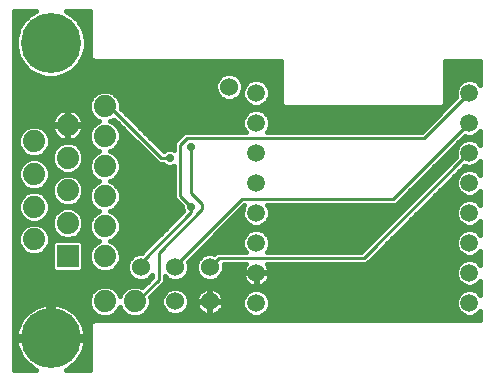
<source format=gbl>
G75*
%MOIN*%
%OFA0B0*%
%FSLAX25Y25*%
%IPPOS*%
%LPD*%
%AMOC8*
5,1,8,0,0,1.08239X$1,22.5*
%
%ADD10C,0.05906*%
%ADD11R,0.07400X0.07400*%
%ADD12C,0.07400*%
%ADD13C,0.20000*%
%ADD14C,0.06000*%
%ADD15C,0.01000*%
%ADD16C,0.02900*%
%ADD17C,0.01600*%
D10*
X0132082Y0025800D03*
X0132082Y0035800D03*
X0132082Y0045800D03*
X0132082Y0055800D03*
X0132082Y0065800D03*
X0132082Y0075800D03*
X0132082Y0085800D03*
X0132082Y0095800D03*
X0203182Y0095800D03*
X0203182Y0085800D03*
X0203182Y0075800D03*
X0203182Y0065800D03*
X0203182Y0055800D03*
X0203182Y0045800D03*
X0203182Y0035800D03*
X0203182Y0025800D03*
D11*
X0069223Y0041489D03*
D12*
X0058042Y0046961D03*
X0069223Y0052394D03*
X0058042Y0057867D03*
X0069223Y0063300D03*
X0058042Y0068733D03*
X0069223Y0074206D03*
X0058042Y0079639D03*
X0069223Y0085111D03*
X0081632Y0081300D03*
X0081632Y0071300D03*
X0081632Y0061300D03*
X0081632Y0051300D03*
X0081632Y0041300D03*
X0081632Y0026300D03*
X0091632Y0026300D03*
X0081632Y0091300D03*
D13*
X0063632Y0112513D03*
X0063632Y0014087D03*
D14*
X0093632Y0037800D03*
X0105132Y0037800D03*
X0116632Y0037800D03*
X0116632Y0026300D03*
X0105132Y0026300D03*
X0123132Y0097800D03*
D15*
X0109032Y0080800D02*
X0188132Y0080800D01*
X0203032Y0095700D01*
X0203032Y0085800D02*
X0177832Y0060600D01*
X0127532Y0060600D01*
X0105032Y0038100D01*
X0105132Y0037800D01*
X0099632Y0033600D02*
X0099632Y0042600D01*
X0114032Y0057000D01*
X0114032Y0058800D01*
X0110432Y0062400D01*
X0110432Y0077700D01*
X0109032Y0080800D02*
X0106832Y0078600D01*
X0106832Y0061500D01*
X0110432Y0057900D01*
X0110432Y0056100D01*
X0094232Y0039900D01*
X0094232Y0038100D01*
X0093632Y0037800D01*
X0099632Y0033600D02*
X0092432Y0026400D01*
X0091632Y0026300D01*
X0116632Y0037800D02*
X0119632Y0040800D01*
X0167932Y0040800D01*
X0202132Y0075000D01*
X0103232Y0074100D02*
X0100532Y0074100D01*
X0083432Y0091200D01*
X0081632Y0091200D01*
X0081632Y0091300D01*
D16*
X0103232Y0074100D03*
X0110432Y0077700D03*
X0110432Y0057900D03*
D17*
X0051432Y0003600D02*
X0051432Y0123000D01*
X0058597Y0123000D01*
X0056510Y0121795D01*
X0054350Y0119635D01*
X0052823Y0116990D01*
X0052032Y0114040D01*
X0052032Y0110985D01*
X0052823Y0108035D01*
X0054350Y0105390D01*
X0056510Y0103230D01*
X0059155Y0101703D01*
X0062105Y0100913D01*
X0065159Y0100913D01*
X0068110Y0101703D01*
X0070755Y0103230D01*
X0072915Y0105390D01*
X0074442Y0108035D01*
X0075232Y0110985D01*
X0075232Y0114040D01*
X0074442Y0116990D01*
X0072915Y0119635D01*
X0070755Y0121795D01*
X0068668Y0123000D01*
X0076832Y0123000D01*
X0076832Y0107554D01*
X0077887Y0106500D01*
X0140282Y0106500D01*
X0140282Y0092034D01*
X0141366Y0090950D01*
X0193899Y0090950D01*
X0194982Y0092034D01*
X0194982Y0106500D01*
X0206832Y0106500D01*
X0206832Y0098589D01*
X0205761Y0099660D01*
X0204088Y0100353D01*
X0202277Y0100353D01*
X0200603Y0099660D01*
X0199323Y0098379D01*
X0198630Y0096706D01*
X0198630Y0094894D01*
X0198813Y0094451D01*
X0187262Y0082900D01*
X0135621Y0082900D01*
X0135942Y0083221D01*
X0136635Y0084894D01*
X0136635Y0086706D01*
X0135942Y0088379D01*
X0134661Y0089660D01*
X0132988Y0090353D01*
X0131177Y0090353D01*
X0129503Y0089660D01*
X0128223Y0088379D01*
X0127530Y0086706D01*
X0127530Y0084894D01*
X0128223Y0083221D01*
X0128544Y0082900D01*
X0108162Y0082900D01*
X0106932Y0081670D01*
X0105962Y0080700D01*
X0104732Y0079470D01*
X0104732Y0076780D01*
X0103839Y0077150D01*
X0102626Y0077150D01*
X0101505Y0076686D01*
X0101211Y0076392D01*
X0086932Y0090670D01*
X0086932Y0092354D01*
X0086125Y0094302D01*
X0084634Y0095793D01*
X0082687Y0096600D01*
X0080578Y0096600D01*
X0078630Y0095793D01*
X0077139Y0094302D01*
X0076332Y0092354D01*
X0076332Y0090246D01*
X0077139Y0088298D01*
X0078630Y0086807D01*
X0079854Y0086300D01*
X0078630Y0085793D01*
X0077139Y0084302D01*
X0076332Y0082354D01*
X0076332Y0080246D01*
X0077139Y0078298D01*
X0078630Y0076807D01*
X0079854Y0076300D01*
X0078630Y0075793D01*
X0077139Y0074302D01*
X0076332Y0072354D01*
X0076332Y0070246D01*
X0077139Y0068298D01*
X0078630Y0066807D01*
X0079854Y0066300D01*
X0078630Y0065793D01*
X0077139Y0064302D01*
X0076332Y0062354D01*
X0076332Y0060246D01*
X0077139Y0058298D01*
X0078630Y0056807D01*
X0079854Y0056300D01*
X0078630Y0055793D01*
X0077139Y0054302D01*
X0076332Y0052354D01*
X0076332Y0050246D01*
X0077139Y0048298D01*
X0078630Y0046807D01*
X0079854Y0046300D01*
X0078630Y0045793D01*
X0077139Y0044302D01*
X0076332Y0042354D01*
X0076332Y0040246D01*
X0077139Y0038298D01*
X0078630Y0036807D01*
X0080578Y0036000D01*
X0082687Y0036000D01*
X0084634Y0036807D01*
X0086125Y0038298D01*
X0086932Y0040246D01*
X0086932Y0042354D01*
X0086125Y0044302D01*
X0084634Y0045793D01*
X0083411Y0046300D01*
X0084634Y0046807D01*
X0086125Y0048298D01*
X0086932Y0050246D01*
X0086932Y0052354D01*
X0086125Y0054302D01*
X0084634Y0055793D01*
X0083411Y0056300D01*
X0084634Y0056807D01*
X0086125Y0058298D01*
X0086932Y0060246D01*
X0086932Y0062354D01*
X0086125Y0064302D01*
X0084634Y0065793D01*
X0083411Y0066300D01*
X0084634Y0066807D01*
X0086125Y0068298D01*
X0086932Y0070246D01*
X0086932Y0072354D01*
X0086125Y0074302D01*
X0084634Y0075793D01*
X0083411Y0076300D01*
X0084634Y0076807D01*
X0086125Y0078298D01*
X0086932Y0080246D01*
X0086932Y0082354D01*
X0086125Y0084302D01*
X0084634Y0085793D01*
X0083411Y0086300D01*
X0084634Y0086807D01*
X0084745Y0086917D01*
X0099662Y0072000D01*
X0101019Y0072000D01*
X0101505Y0071514D01*
X0102626Y0071050D01*
X0103839Y0071050D01*
X0104732Y0071420D01*
X0104732Y0060630D01*
X0107382Y0057980D01*
X0107382Y0057293D01*
X0107755Y0056393D01*
X0093762Y0042400D01*
X0092717Y0042400D01*
X0091027Y0041700D01*
X0089733Y0040406D01*
X0089032Y0038715D01*
X0089032Y0036885D01*
X0089733Y0035194D01*
X0091027Y0033900D01*
X0092717Y0033200D01*
X0094547Y0033200D01*
X0096238Y0033900D01*
X0097532Y0035194D01*
X0097532Y0035195D01*
X0097532Y0034470D01*
X0094084Y0031021D01*
X0092687Y0031600D01*
X0090578Y0031600D01*
X0088630Y0030793D01*
X0087139Y0029302D01*
X0086632Y0028078D01*
X0086125Y0029302D01*
X0084634Y0030793D01*
X0082687Y0031600D01*
X0080578Y0031600D01*
X0078630Y0030793D01*
X0077139Y0029302D01*
X0076332Y0027354D01*
X0076332Y0025246D01*
X0077139Y0023298D01*
X0078630Y0021807D01*
X0080578Y0021000D01*
X0082687Y0021000D01*
X0084634Y0021807D01*
X0086125Y0023298D01*
X0086632Y0024522D01*
X0087139Y0023298D01*
X0088630Y0021807D01*
X0090578Y0021000D01*
X0092687Y0021000D01*
X0094634Y0021807D01*
X0096125Y0023298D01*
X0096932Y0025246D01*
X0096932Y0027354D01*
X0096764Y0027761D01*
X0100502Y0031500D01*
X0101732Y0032730D01*
X0101732Y0034695D01*
X0102527Y0033900D01*
X0104217Y0033200D01*
X0106047Y0033200D01*
X0107738Y0033900D01*
X0109032Y0035194D01*
X0109732Y0036885D01*
X0109732Y0038715D01*
X0109406Y0039504D01*
X0128181Y0058279D01*
X0127530Y0056706D01*
X0127530Y0054894D01*
X0128223Y0053221D01*
X0129503Y0051940D01*
X0131177Y0051247D01*
X0132988Y0051247D01*
X0134661Y0051940D01*
X0135942Y0053221D01*
X0136635Y0054894D01*
X0136635Y0056706D01*
X0135942Y0058379D01*
X0135821Y0058500D01*
X0178702Y0058500D01*
X0179932Y0059730D01*
X0201692Y0081490D01*
X0202277Y0081247D01*
X0204088Y0081247D01*
X0205761Y0081940D01*
X0206832Y0083011D01*
X0206832Y0078589D01*
X0205761Y0079660D01*
X0204088Y0080353D01*
X0202277Y0080353D01*
X0200603Y0079660D01*
X0199323Y0078379D01*
X0198630Y0076706D01*
X0198630Y0074894D01*
X0198755Y0074592D01*
X0167062Y0042900D01*
X0135621Y0042900D01*
X0135942Y0043221D01*
X0136635Y0044894D01*
X0136635Y0046706D01*
X0135942Y0048379D01*
X0134661Y0049660D01*
X0132988Y0050353D01*
X0131177Y0050353D01*
X0129503Y0049660D01*
X0128223Y0048379D01*
X0127530Y0046706D01*
X0127530Y0044894D01*
X0128223Y0043221D01*
X0128544Y0042900D01*
X0118762Y0042900D01*
X0118053Y0042191D01*
X0117547Y0042400D01*
X0115717Y0042400D01*
X0114027Y0041700D01*
X0112733Y0040406D01*
X0112032Y0038715D01*
X0112032Y0036885D01*
X0112733Y0035194D01*
X0114027Y0033900D01*
X0115717Y0033200D01*
X0117547Y0033200D01*
X0119238Y0033900D01*
X0120532Y0035194D01*
X0121232Y0036885D01*
X0121232Y0038700D01*
X0128577Y0038700D01*
X0128199Y0038180D01*
X0127875Y0037543D01*
X0127654Y0036863D01*
X0127542Y0036157D01*
X0127542Y0035984D01*
X0131898Y0035984D01*
X0131898Y0035616D01*
X0127542Y0035616D01*
X0127542Y0035443D01*
X0127654Y0034737D01*
X0127875Y0034057D01*
X0128199Y0033420D01*
X0128619Y0032842D01*
X0129125Y0032337D01*
X0129703Y0031917D01*
X0130339Y0031592D01*
X0131019Y0031372D01*
X0131725Y0031260D01*
X0131898Y0031260D01*
X0131898Y0035616D01*
X0132267Y0035616D01*
X0132267Y0035984D01*
X0136622Y0035984D01*
X0136622Y0036157D01*
X0136511Y0036863D01*
X0136290Y0037543D01*
X0135965Y0038180D01*
X0135587Y0038700D01*
X0168802Y0038700D01*
X0170032Y0039930D01*
X0201621Y0071519D01*
X0202277Y0071247D01*
X0204088Y0071247D01*
X0205761Y0071940D01*
X0206832Y0073011D01*
X0206832Y0068589D01*
X0205761Y0069660D01*
X0204088Y0070353D01*
X0202277Y0070353D01*
X0200603Y0069660D01*
X0199323Y0068379D01*
X0198630Y0066706D01*
X0198630Y0064894D01*
X0199323Y0063221D01*
X0200603Y0061940D01*
X0202277Y0061247D01*
X0204088Y0061247D01*
X0205761Y0061940D01*
X0206832Y0063011D01*
X0206832Y0058589D01*
X0205761Y0059660D01*
X0204088Y0060353D01*
X0202277Y0060353D01*
X0200603Y0059660D01*
X0199323Y0058379D01*
X0198630Y0056706D01*
X0198630Y0054894D01*
X0199323Y0053221D01*
X0200603Y0051940D01*
X0202277Y0051247D01*
X0204088Y0051247D01*
X0205761Y0051940D01*
X0206832Y0053011D01*
X0206832Y0048589D01*
X0205761Y0049660D01*
X0204088Y0050353D01*
X0202277Y0050353D01*
X0200603Y0049660D01*
X0199323Y0048379D01*
X0198630Y0046706D01*
X0198630Y0044894D01*
X0199323Y0043221D01*
X0200603Y0041940D01*
X0202277Y0041247D01*
X0204088Y0041247D01*
X0205761Y0041940D01*
X0206832Y0043011D01*
X0206832Y0038589D01*
X0205761Y0039660D01*
X0204088Y0040353D01*
X0202277Y0040353D01*
X0200603Y0039660D01*
X0199323Y0038379D01*
X0198630Y0036706D01*
X0198630Y0034894D01*
X0199323Y0033221D01*
X0200603Y0031940D01*
X0202277Y0031247D01*
X0204088Y0031247D01*
X0205761Y0031940D01*
X0206832Y0033011D01*
X0206832Y0028589D01*
X0205761Y0029660D01*
X0204088Y0030353D01*
X0202277Y0030353D01*
X0200603Y0029660D01*
X0199323Y0028379D01*
X0198630Y0026706D01*
X0198630Y0024894D01*
X0199323Y0023221D01*
X0200603Y0021940D01*
X0202277Y0021247D01*
X0204088Y0021247D01*
X0205761Y0021940D01*
X0206832Y0023011D01*
X0206832Y0020100D01*
X0077887Y0020100D01*
X0076832Y0019046D01*
X0076832Y0003600D01*
X0068561Y0003600D01*
X0069246Y0003930D01*
X0070348Y0004622D01*
X0071366Y0005434D01*
X0072286Y0006354D01*
X0073097Y0007372D01*
X0073790Y0008474D01*
X0074355Y0009646D01*
X0074784Y0010875D01*
X0075074Y0012143D01*
X0075203Y0013287D01*
X0064432Y0013287D01*
X0064432Y0014887D01*
X0075203Y0014887D01*
X0075074Y0016031D01*
X0074784Y0017300D01*
X0074355Y0018529D01*
X0073790Y0019701D01*
X0073097Y0020803D01*
X0072286Y0021821D01*
X0071366Y0022741D01*
X0070348Y0023553D01*
X0069246Y0024245D01*
X0068074Y0024810D01*
X0066845Y0025239D01*
X0065576Y0025529D01*
X0064432Y0025658D01*
X0064432Y0014887D01*
X0062832Y0014887D01*
X0062832Y0013287D01*
X0052062Y0013287D01*
X0052191Y0012143D01*
X0052480Y0010875D01*
X0052910Y0009646D01*
X0053475Y0008474D01*
X0054167Y0007372D01*
X0054979Y0006354D01*
X0055899Y0005434D01*
X0056916Y0004622D01*
X0058018Y0003930D01*
X0058703Y0003600D01*
X0051432Y0003600D01*
X0051432Y0004155D02*
X0057660Y0004155D01*
X0055579Y0005754D02*
X0051432Y0005754D01*
X0051432Y0007352D02*
X0054183Y0007352D01*
X0053245Y0008951D02*
X0051432Y0008951D01*
X0051432Y0010549D02*
X0052594Y0010549D01*
X0052190Y0012148D02*
X0051432Y0012148D01*
X0051432Y0013746D02*
X0062832Y0013746D01*
X0062832Y0014887D02*
X0052062Y0014887D01*
X0052191Y0016031D01*
X0052480Y0017300D01*
X0052910Y0018529D01*
X0053475Y0019701D01*
X0054167Y0020803D01*
X0054979Y0021821D01*
X0055899Y0022741D01*
X0056916Y0023553D01*
X0058018Y0024245D01*
X0059191Y0024810D01*
X0060419Y0025239D01*
X0061688Y0025529D01*
X0062832Y0025658D01*
X0062832Y0014887D01*
X0062832Y0015345D02*
X0064432Y0015345D01*
X0064432Y0016943D02*
X0062832Y0016943D01*
X0062832Y0018542D02*
X0064432Y0018542D01*
X0064432Y0020140D02*
X0062832Y0020140D01*
X0062832Y0021739D02*
X0064432Y0021739D01*
X0064432Y0023337D02*
X0062832Y0023337D01*
X0062832Y0024936D02*
X0064432Y0024936D01*
X0067713Y0024936D02*
X0076461Y0024936D01*
X0076332Y0026534D02*
X0051432Y0026534D01*
X0051432Y0024936D02*
X0059551Y0024936D01*
X0056646Y0023337D02*
X0051432Y0023337D01*
X0051432Y0021739D02*
X0054913Y0021739D01*
X0053751Y0020140D02*
X0051432Y0020140D01*
X0051432Y0018542D02*
X0052916Y0018542D01*
X0052399Y0016943D02*
X0051432Y0016943D01*
X0051432Y0015345D02*
X0052113Y0015345D01*
X0064432Y0013746D02*
X0076832Y0013746D01*
X0076832Y0012148D02*
X0075074Y0012148D01*
X0074670Y0010549D02*
X0076832Y0010549D01*
X0076832Y0008951D02*
X0074020Y0008951D01*
X0073082Y0007352D02*
X0076832Y0007352D01*
X0076832Y0005754D02*
X0071686Y0005754D01*
X0069605Y0004155D02*
X0076832Y0004155D01*
X0076832Y0015345D02*
X0075151Y0015345D01*
X0074866Y0016943D02*
X0076832Y0016943D01*
X0076832Y0018542D02*
X0074348Y0018542D01*
X0073514Y0020140D02*
X0206832Y0020140D01*
X0206832Y0021739D02*
X0205274Y0021739D01*
X0201090Y0021739D02*
X0134174Y0021739D01*
X0134661Y0021940D02*
X0135942Y0023221D01*
X0136635Y0024894D01*
X0136635Y0026706D01*
X0135942Y0028379D01*
X0134661Y0029660D01*
X0132988Y0030353D01*
X0131177Y0030353D01*
X0129503Y0029660D01*
X0128223Y0028379D01*
X0127530Y0026706D01*
X0127530Y0024894D01*
X0128223Y0023221D01*
X0129503Y0021940D01*
X0131177Y0021247D01*
X0132988Y0021247D01*
X0134661Y0021940D01*
X0135990Y0023337D02*
X0199275Y0023337D01*
X0198630Y0024936D02*
X0136635Y0024936D01*
X0136635Y0026534D02*
X0198630Y0026534D01*
X0199221Y0028133D02*
X0136044Y0028133D01*
X0134488Y0029731D02*
X0200776Y0029731D01*
X0202077Y0031330D02*
X0132881Y0031330D01*
X0133145Y0031372D02*
X0133825Y0031592D01*
X0134462Y0031917D01*
X0135040Y0032337D01*
X0135545Y0032842D01*
X0135965Y0033420D01*
X0136290Y0034057D01*
X0136511Y0034737D01*
X0136622Y0035443D01*
X0136622Y0035616D01*
X0132267Y0035616D01*
X0132267Y0031260D01*
X0132440Y0031260D01*
X0133145Y0031372D01*
X0132267Y0031330D02*
X0131898Y0031330D01*
X0131283Y0031330D02*
X0100332Y0031330D01*
X0098733Y0029731D02*
X0102058Y0029731D01*
X0102527Y0030200D02*
X0101233Y0028906D01*
X0100532Y0027215D01*
X0100532Y0025385D01*
X0101233Y0023694D01*
X0102527Y0022400D01*
X0104217Y0021700D01*
X0106047Y0021700D01*
X0107738Y0022400D01*
X0109032Y0023694D01*
X0109732Y0025385D01*
X0109732Y0027215D01*
X0109032Y0028906D01*
X0107738Y0030200D01*
X0106047Y0030900D01*
X0104217Y0030900D01*
X0102527Y0030200D01*
X0100912Y0028133D02*
X0097135Y0028133D01*
X0096932Y0026534D02*
X0100532Y0026534D01*
X0100718Y0024936D02*
X0096804Y0024936D01*
X0096142Y0023337D02*
X0101590Y0023337D01*
X0104124Y0021739D02*
X0094470Y0021739D01*
X0088795Y0021739D02*
X0084470Y0021739D01*
X0086142Y0023337D02*
X0087123Y0023337D01*
X0086655Y0028133D02*
X0086610Y0028133D01*
X0085696Y0029731D02*
X0087568Y0029731D01*
X0089926Y0031330D02*
X0083339Y0031330D01*
X0079926Y0031330D02*
X0051432Y0031330D01*
X0051432Y0029731D02*
X0077568Y0029731D01*
X0076655Y0028133D02*
X0051432Y0028133D01*
X0051432Y0032928D02*
X0095991Y0032928D01*
X0096864Y0034527D02*
X0097532Y0034527D01*
X0101732Y0034527D02*
X0101900Y0034527D01*
X0101732Y0032928D02*
X0128557Y0032928D01*
X0127722Y0034527D02*
X0119864Y0034527D01*
X0120918Y0036125D02*
X0127542Y0036125D01*
X0127967Y0037724D02*
X0121232Y0037724D01*
X0118382Y0042519D02*
X0112421Y0042519D01*
X0113248Y0040921D02*
X0110823Y0040921D01*
X0109481Y0039322D02*
X0112284Y0039322D01*
X0112032Y0037724D02*
X0109732Y0037724D01*
X0109418Y0036125D02*
X0112347Y0036125D01*
X0113400Y0034527D02*
X0108364Y0034527D01*
X0114228Y0030223D02*
X0114871Y0030551D01*
X0115558Y0030774D01*
X0116271Y0030887D01*
X0116432Y0030887D01*
X0116432Y0026500D01*
X0116432Y0026100D01*
X0112045Y0026100D01*
X0112045Y0025939D01*
X0112158Y0025226D01*
X0112381Y0024539D01*
X0112709Y0023896D01*
X0113133Y0023312D01*
X0113644Y0022801D01*
X0114228Y0022377D01*
X0114871Y0022049D01*
X0115558Y0021826D01*
X0116271Y0021713D01*
X0116432Y0021713D01*
X0116432Y0026100D01*
X0116832Y0026100D01*
X0116832Y0021713D01*
X0116993Y0021713D01*
X0117706Y0021826D01*
X0118393Y0022049D01*
X0119037Y0022377D01*
X0119621Y0022801D01*
X0120131Y0023312D01*
X0120556Y0023896D01*
X0120884Y0024539D01*
X0121107Y0025226D01*
X0121220Y0025939D01*
X0121220Y0026100D01*
X0116832Y0026100D01*
X0116832Y0026500D01*
X0116432Y0026500D01*
X0112045Y0026500D01*
X0112045Y0026661D01*
X0112158Y0027374D01*
X0112381Y0028061D01*
X0112709Y0028704D01*
X0113133Y0029288D01*
X0113644Y0029799D01*
X0114228Y0030223D01*
X0113576Y0029731D02*
X0108206Y0029731D01*
X0109352Y0028133D02*
X0112418Y0028133D01*
X0112045Y0026534D02*
X0109732Y0026534D01*
X0109546Y0024936D02*
X0112252Y0024936D01*
X0113115Y0023337D02*
X0108675Y0023337D01*
X0106141Y0021739D02*
X0116106Y0021739D01*
X0116432Y0021739D02*
X0116832Y0021739D01*
X0117158Y0021739D02*
X0129990Y0021739D01*
X0128175Y0023337D02*
X0120150Y0023337D01*
X0121012Y0024936D02*
X0127530Y0024936D01*
X0127530Y0026534D02*
X0121220Y0026534D01*
X0121220Y0026500D02*
X0121220Y0026661D01*
X0121107Y0027374D01*
X0120884Y0028061D01*
X0120556Y0028704D01*
X0120131Y0029288D01*
X0119621Y0029799D01*
X0119037Y0030223D01*
X0118393Y0030551D01*
X0117706Y0030774D01*
X0116993Y0030887D01*
X0116832Y0030887D01*
X0116832Y0026500D01*
X0121220Y0026500D01*
X0120847Y0028133D02*
X0128121Y0028133D01*
X0129676Y0029731D02*
X0119689Y0029731D01*
X0116832Y0029731D02*
X0116432Y0029731D01*
X0116432Y0028133D02*
X0116832Y0028133D01*
X0116832Y0026534D02*
X0116432Y0026534D01*
X0116432Y0024936D02*
X0116832Y0024936D01*
X0116832Y0023337D02*
X0116432Y0023337D01*
X0131898Y0032928D02*
X0132267Y0032928D01*
X0132267Y0034527D02*
X0131898Y0034527D01*
X0135608Y0032928D02*
X0199615Y0032928D01*
X0198782Y0034527D02*
X0136442Y0034527D01*
X0136622Y0036125D02*
X0198630Y0036125D01*
X0199051Y0037724D02*
X0136198Y0037724D01*
X0136313Y0044118D02*
X0168280Y0044118D01*
X0169879Y0045716D02*
X0136635Y0045716D01*
X0136383Y0047315D02*
X0171477Y0047315D01*
X0173076Y0048913D02*
X0135407Y0048913D01*
X0134831Y0052110D02*
X0176273Y0052110D01*
X0177871Y0053709D02*
X0136144Y0053709D01*
X0136635Y0055307D02*
X0179470Y0055307D01*
X0181068Y0056906D02*
X0136552Y0056906D01*
X0129333Y0052110D02*
X0122013Y0052110D01*
X0123611Y0053709D02*
X0128021Y0053709D01*
X0127530Y0055307D02*
X0125210Y0055307D01*
X0126808Y0056906D02*
X0127613Y0056906D01*
X0120414Y0050512D02*
X0174674Y0050512D01*
X0177417Y0047315D02*
X0198882Y0047315D01*
X0198630Y0045716D02*
X0175818Y0045716D01*
X0174220Y0044118D02*
X0198951Y0044118D01*
X0200024Y0042519D02*
X0172621Y0042519D01*
X0171023Y0040921D02*
X0206832Y0040921D01*
X0206832Y0042519D02*
X0206340Y0042519D01*
X0206099Y0039322D02*
X0206832Y0039322D01*
X0200266Y0039322D02*
X0169424Y0039322D01*
X0179016Y0048913D02*
X0199857Y0048913D01*
X0200433Y0052110D02*
X0182213Y0052110D01*
X0183811Y0053709D02*
X0199121Y0053709D01*
X0198630Y0055307D02*
X0185410Y0055307D01*
X0187008Y0056906D02*
X0198713Y0056906D01*
X0199448Y0058504D02*
X0188607Y0058504D01*
X0190205Y0060103D02*
X0201674Y0060103D01*
X0201180Y0061701D02*
X0191804Y0061701D01*
X0193402Y0063300D02*
X0199290Y0063300D01*
X0198630Y0064899D02*
X0195001Y0064899D01*
X0196599Y0066497D02*
X0198630Y0066497D01*
X0198198Y0068096D02*
X0199205Y0068096D01*
X0199796Y0069694D02*
X0200686Y0069694D01*
X0201395Y0071293D02*
X0202167Y0071293D01*
X0204197Y0071293D02*
X0206832Y0071293D01*
X0206832Y0072891D02*
X0206712Y0072891D01*
X0206832Y0069694D02*
X0205678Y0069694D01*
X0198652Y0074490D02*
X0194692Y0074490D01*
X0193093Y0072891D02*
X0197054Y0072891D01*
X0195455Y0071293D02*
X0191495Y0071293D01*
X0189896Y0069694D02*
X0193856Y0069694D01*
X0192258Y0068096D02*
X0188298Y0068096D01*
X0186699Y0066497D02*
X0190659Y0066497D01*
X0189061Y0064899D02*
X0185101Y0064899D01*
X0183502Y0063300D02*
X0187462Y0063300D01*
X0185864Y0061701D02*
X0181904Y0061701D01*
X0180305Y0060103D02*
X0184265Y0060103D01*
X0182667Y0058504D02*
X0178707Y0058504D01*
X0180614Y0050512D02*
X0206832Y0050512D01*
X0206832Y0048913D02*
X0206507Y0048913D01*
X0206832Y0052110D02*
X0205931Y0052110D01*
X0206832Y0060103D02*
X0204691Y0060103D01*
X0205185Y0061701D02*
X0206832Y0061701D01*
X0202132Y0075000D02*
X0202932Y0075800D01*
X0203182Y0075800D01*
X0199036Y0077687D02*
X0197889Y0077687D01*
X0198630Y0076088D02*
X0196290Y0076088D01*
X0199487Y0079285D02*
X0200229Y0079285D01*
X0201086Y0080884D02*
X0206832Y0080884D01*
X0206832Y0079285D02*
X0206136Y0079285D01*
X0206303Y0082482D02*
X0206832Y0082482D01*
X0203182Y0085800D02*
X0203032Y0085800D01*
X0194837Y0090475D02*
X0087127Y0090475D01*
X0086932Y0092073D02*
X0129370Y0092073D01*
X0129503Y0091940D02*
X0131177Y0091247D01*
X0132988Y0091247D01*
X0134661Y0091940D01*
X0135942Y0093221D01*
X0136635Y0094894D01*
X0136635Y0096706D01*
X0135942Y0098379D01*
X0134661Y0099660D01*
X0132988Y0100353D01*
X0131177Y0100353D01*
X0129503Y0099660D01*
X0128223Y0098379D01*
X0127732Y0097195D01*
X0127732Y0098715D01*
X0127032Y0100406D01*
X0125738Y0101700D01*
X0124047Y0102400D01*
X0122217Y0102400D01*
X0120527Y0101700D01*
X0119233Y0100406D01*
X0118532Y0098715D01*
X0118532Y0096885D01*
X0119233Y0095194D01*
X0120527Y0093900D01*
X0122217Y0093200D01*
X0124047Y0093200D01*
X0125738Y0093900D01*
X0127032Y0095194D01*
X0127530Y0096396D01*
X0127530Y0094894D01*
X0128223Y0093221D01*
X0129503Y0091940D01*
X0128036Y0093672D02*
X0125186Y0093672D01*
X0121078Y0093672D02*
X0086387Y0093672D01*
X0085157Y0095270D02*
X0119201Y0095270D01*
X0118539Y0096869D02*
X0051432Y0096869D01*
X0051432Y0098467D02*
X0118532Y0098467D01*
X0119092Y0100066D02*
X0051432Y0100066D01*
X0051432Y0101664D02*
X0059300Y0101664D01*
X0056477Y0103263D02*
X0051432Y0103263D01*
X0051432Y0104861D02*
X0054879Y0104861D01*
X0053732Y0106460D02*
X0051432Y0106460D01*
X0051432Y0108058D02*
X0052817Y0108058D01*
X0052388Y0109657D02*
X0051432Y0109657D01*
X0051432Y0111255D02*
X0052032Y0111255D01*
X0052032Y0112854D02*
X0051432Y0112854D01*
X0051432Y0114452D02*
X0052143Y0114452D01*
X0052571Y0116051D02*
X0051432Y0116051D01*
X0051432Y0117649D02*
X0053203Y0117649D01*
X0054126Y0119248D02*
X0051432Y0119248D01*
X0051432Y0120846D02*
X0055561Y0120846D01*
X0057636Y0122445D02*
X0051432Y0122445D01*
X0069629Y0122445D02*
X0076832Y0122445D01*
X0076832Y0120846D02*
X0071703Y0120846D01*
X0073138Y0119248D02*
X0076832Y0119248D01*
X0076832Y0117649D02*
X0074061Y0117649D01*
X0074693Y0116051D02*
X0076832Y0116051D01*
X0076832Y0114452D02*
X0075122Y0114452D01*
X0075232Y0112854D02*
X0076832Y0112854D01*
X0076832Y0111255D02*
X0075232Y0111255D01*
X0074876Y0109657D02*
X0076832Y0109657D01*
X0076832Y0108058D02*
X0074448Y0108058D01*
X0073532Y0106460D02*
X0140282Y0106460D01*
X0140282Y0104861D02*
X0072386Y0104861D01*
X0070787Y0103263D02*
X0140282Y0103263D01*
X0140282Y0101664D02*
X0125773Y0101664D01*
X0127173Y0100066D02*
X0130484Y0100066D01*
X0133681Y0100066D02*
X0140282Y0100066D01*
X0140282Y0098467D02*
X0135854Y0098467D01*
X0136567Y0096869D02*
X0140282Y0096869D01*
X0140282Y0095270D02*
X0136635Y0095270D01*
X0136129Y0093672D02*
X0140282Y0093672D01*
X0140282Y0092073D02*
X0134794Y0092073D01*
X0135445Y0088876D02*
X0193239Y0088876D01*
X0191640Y0087278D02*
X0136398Y0087278D01*
X0136635Y0085679D02*
X0190042Y0085679D01*
X0188443Y0084081D02*
X0136298Y0084081D01*
X0127867Y0084081D02*
X0093521Y0084081D01*
X0091923Y0085679D02*
X0127530Y0085679D01*
X0127766Y0087278D02*
X0090324Y0087278D01*
X0088726Y0088876D02*
X0128720Y0088876D01*
X0127530Y0095270D02*
X0127063Y0095270D01*
X0127732Y0098467D02*
X0128311Y0098467D01*
X0120491Y0101664D02*
X0067965Y0101664D01*
X0078107Y0095270D02*
X0051432Y0095270D01*
X0051432Y0093672D02*
X0076878Y0093672D01*
X0076332Y0092073D02*
X0051432Y0092073D01*
X0051432Y0090475D02*
X0076332Y0090475D01*
X0076900Y0088876D02*
X0072935Y0088876D01*
X0072667Y0089144D02*
X0071994Y0089633D01*
X0071252Y0090011D01*
X0070461Y0090268D01*
X0069639Y0090398D01*
X0069423Y0090398D01*
X0069423Y0085311D01*
X0074510Y0085311D01*
X0074510Y0085527D01*
X0074380Y0086349D01*
X0074123Y0087141D01*
X0073745Y0087882D01*
X0073256Y0088556D01*
X0072667Y0089144D01*
X0074053Y0087278D02*
X0078159Y0087278D01*
X0078516Y0085679D02*
X0074486Y0085679D01*
X0074510Y0084911D02*
X0069423Y0084911D01*
X0069423Y0085311D01*
X0069023Y0085311D01*
X0069023Y0090398D01*
X0068807Y0090398D01*
X0067985Y0090268D01*
X0067193Y0090011D01*
X0066452Y0089633D01*
X0065778Y0089144D01*
X0065190Y0088556D01*
X0064701Y0087882D01*
X0064323Y0087141D01*
X0064066Y0086349D01*
X0063935Y0085527D01*
X0063935Y0085311D01*
X0069023Y0085311D01*
X0069023Y0084911D01*
X0069423Y0084911D01*
X0069423Y0079824D01*
X0069639Y0079824D01*
X0070461Y0079954D01*
X0071252Y0080211D01*
X0071994Y0080589D01*
X0072667Y0081078D01*
X0073256Y0081667D01*
X0073745Y0082340D01*
X0074123Y0083081D01*
X0074380Y0083873D01*
X0074510Y0084695D01*
X0074510Y0084911D01*
X0074413Y0084081D02*
X0077047Y0084081D01*
X0076385Y0082482D02*
X0073818Y0082482D01*
X0072400Y0080884D02*
X0076332Y0080884D01*
X0076730Y0079285D02*
X0070809Y0079285D01*
X0070277Y0079505D02*
X0068169Y0079505D01*
X0066221Y0078699D01*
X0064730Y0077208D01*
X0063923Y0075260D01*
X0063923Y0073151D01*
X0064730Y0071203D01*
X0066221Y0069712D01*
X0068169Y0068906D01*
X0070277Y0068906D01*
X0072225Y0069712D01*
X0073716Y0071203D01*
X0074523Y0073151D01*
X0074523Y0075260D01*
X0073716Y0077208D01*
X0072225Y0078699D01*
X0070277Y0079505D01*
X0069023Y0079824D02*
X0069023Y0084911D01*
X0063935Y0084911D01*
X0063935Y0084695D01*
X0064066Y0083873D01*
X0064323Y0083081D01*
X0064701Y0082340D01*
X0065190Y0081667D01*
X0065778Y0081078D01*
X0066452Y0080589D01*
X0067193Y0080211D01*
X0067985Y0079954D01*
X0068807Y0079824D01*
X0069023Y0079824D01*
X0069023Y0080884D02*
X0069423Y0080884D01*
X0067637Y0079285D02*
X0063342Y0079285D01*
X0063342Y0078584D02*
X0062535Y0076636D01*
X0061044Y0075145D01*
X0059096Y0074339D01*
X0056987Y0074339D01*
X0055040Y0075145D01*
X0053549Y0076636D01*
X0052742Y0078584D01*
X0052742Y0080693D01*
X0053549Y0082641D01*
X0055040Y0084132D01*
X0056987Y0084939D01*
X0059096Y0084939D01*
X0061044Y0084132D01*
X0062535Y0082641D01*
X0063342Y0080693D01*
X0063342Y0078584D01*
X0062970Y0077687D02*
X0065209Y0077687D01*
X0064266Y0076088D02*
X0061987Y0076088D01*
X0063923Y0074490D02*
X0059460Y0074490D01*
X0059096Y0074033D02*
X0061044Y0073226D01*
X0062535Y0071735D01*
X0063342Y0069787D01*
X0063342Y0067679D01*
X0062535Y0065731D01*
X0061044Y0064240D01*
X0059096Y0063433D01*
X0056987Y0063433D01*
X0055040Y0064240D01*
X0053549Y0065731D01*
X0052742Y0067679D01*
X0052742Y0069787D01*
X0053549Y0071735D01*
X0055040Y0073226D01*
X0056987Y0074033D01*
X0059096Y0074033D01*
X0056623Y0074490D02*
X0051432Y0074490D01*
X0051432Y0072891D02*
X0054704Y0072891D01*
X0053365Y0071293D02*
X0051432Y0071293D01*
X0051432Y0069694D02*
X0052742Y0069694D01*
X0052742Y0068096D02*
X0051432Y0068096D01*
X0051432Y0066497D02*
X0053231Y0066497D01*
X0054381Y0064899D02*
X0051432Y0064899D01*
X0051432Y0063300D02*
X0063923Y0063300D01*
X0063923Y0064354D02*
X0063923Y0062246D01*
X0064730Y0060298D01*
X0066221Y0058807D01*
X0068169Y0058000D01*
X0070277Y0058000D01*
X0072225Y0058807D01*
X0073716Y0060298D01*
X0074523Y0062246D01*
X0074523Y0064354D01*
X0073716Y0066302D01*
X0072225Y0067793D01*
X0070277Y0068600D01*
X0068169Y0068600D01*
X0066221Y0067793D01*
X0064730Y0066302D01*
X0063923Y0064354D01*
X0064148Y0064899D02*
X0061702Y0064899D01*
X0062852Y0066497D02*
X0064925Y0066497D01*
X0063342Y0068096D02*
X0066951Y0068096D01*
X0066265Y0069694D02*
X0063342Y0069694D01*
X0062718Y0071293D02*
X0064693Y0071293D01*
X0064031Y0072891D02*
X0061379Y0072891D01*
X0054097Y0076088D02*
X0051432Y0076088D01*
X0051432Y0077687D02*
X0053114Y0077687D01*
X0052742Y0079285D02*
X0051432Y0079285D01*
X0051432Y0080884D02*
X0052821Y0080884D01*
X0053483Y0082482D02*
X0051432Y0082482D01*
X0051432Y0084081D02*
X0054988Y0084081D01*
X0051432Y0085679D02*
X0063960Y0085679D01*
X0064033Y0084081D02*
X0061095Y0084081D01*
X0062601Y0082482D02*
X0064628Y0082482D01*
X0063263Y0080884D02*
X0066046Y0080884D01*
X0069023Y0082482D02*
X0069423Y0082482D01*
X0069423Y0084081D02*
X0069023Y0084081D01*
X0069023Y0085679D02*
X0069423Y0085679D01*
X0069423Y0087278D02*
X0069023Y0087278D01*
X0069023Y0088876D02*
X0069423Y0088876D01*
X0065510Y0088876D02*
X0051432Y0088876D01*
X0051432Y0087278D02*
X0064393Y0087278D01*
X0073237Y0077687D02*
X0077750Y0077687D01*
X0079342Y0076088D02*
X0074180Y0076088D01*
X0074523Y0074490D02*
X0077327Y0074490D01*
X0076555Y0072891D02*
X0074415Y0072891D01*
X0073753Y0071293D02*
X0076332Y0071293D01*
X0076561Y0069694D02*
X0072181Y0069694D01*
X0071495Y0068096D02*
X0077341Y0068096D01*
X0079378Y0066497D02*
X0073521Y0066497D01*
X0074297Y0064899D02*
X0077735Y0064899D01*
X0076724Y0063300D02*
X0074523Y0063300D01*
X0074297Y0061701D02*
X0076332Y0061701D01*
X0076391Y0060103D02*
X0073521Y0060103D01*
X0071495Y0058504D02*
X0077054Y0058504D01*
X0078531Y0056906D02*
X0072181Y0056906D01*
X0072225Y0056888D02*
X0070277Y0057694D01*
X0068169Y0057694D01*
X0066221Y0056888D01*
X0064730Y0055397D01*
X0063923Y0053449D01*
X0063923Y0051340D01*
X0064730Y0049392D01*
X0066221Y0047901D01*
X0068169Y0047094D01*
X0070277Y0047094D01*
X0072225Y0047901D01*
X0073716Y0049392D01*
X0074523Y0051340D01*
X0074523Y0053449D01*
X0073716Y0055397D01*
X0072225Y0056888D01*
X0073753Y0055307D02*
X0078144Y0055307D01*
X0076893Y0053709D02*
X0074415Y0053709D01*
X0074523Y0052110D02*
X0076332Y0052110D01*
X0076332Y0050512D02*
X0074180Y0050512D01*
X0073237Y0048913D02*
X0076884Y0048913D01*
X0078122Y0047315D02*
X0070809Y0047315D01*
X0073586Y0046789D02*
X0074523Y0045852D01*
X0074523Y0037126D01*
X0073586Y0036189D01*
X0064860Y0036189D01*
X0063923Y0037126D01*
X0063923Y0045852D01*
X0064860Y0046789D01*
X0073586Y0046789D01*
X0074523Y0045716D02*
X0078553Y0045716D01*
X0077063Y0044118D02*
X0074523Y0044118D01*
X0074523Y0042519D02*
X0076401Y0042519D01*
X0076332Y0040921D02*
X0074523Y0040921D01*
X0074523Y0039322D02*
X0076715Y0039322D01*
X0077713Y0037724D02*
X0074523Y0037724D01*
X0080276Y0036125D02*
X0051432Y0036125D01*
X0051432Y0034527D02*
X0090400Y0034527D01*
X0089347Y0036125D02*
X0082989Y0036125D01*
X0085551Y0037724D02*
X0089032Y0037724D01*
X0089284Y0039322D02*
X0086550Y0039322D01*
X0086932Y0040921D02*
X0090248Y0040921D01*
X0086864Y0042519D02*
X0093882Y0042519D01*
X0095480Y0044118D02*
X0086202Y0044118D01*
X0084711Y0045716D02*
X0097079Y0045716D01*
X0098677Y0047315D02*
X0085142Y0047315D01*
X0086380Y0048913D02*
X0100276Y0048913D01*
X0101874Y0050512D02*
X0086932Y0050512D01*
X0086932Y0052110D02*
X0103473Y0052110D01*
X0105071Y0053709D02*
X0086371Y0053709D01*
X0085120Y0055307D02*
X0106670Y0055307D01*
X0107543Y0056906D02*
X0084734Y0056906D01*
X0086211Y0058504D02*
X0106858Y0058504D01*
X0105259Y0060103D02*
X0086873Y0060103D01*
X0086932Y0061701D02*
X0104732Y0061701D01*
X0104732Y0063300D02*
X0086541Y0063300D01*
X0085529Y0064899D02*
X0104732Y0064899D01*
X0104732Y0066497D02*
X0083886Y0066497D01*
X0085923Y0068096D02*
X0104732Y0068096D01*
X0104732Y0069694D02*
X0086704Y0069694D01*
X0086932Y0071293D02*
X0102040Y0071293D01*
X0104425Y0071293D02*
X0104732Y0071293D01*
X0098771Y0072891D02*
X0086710Y0072891D01*
X0085938Y0074490D02*
X0097173Y0074490D01*
X0095574Y0076088D02*
X0083922Y0076088D01*
X0085514Y0077687D02*
X0093976Y0077687D01*
X0092377Y0079285D02*
X0086534Y0079285D01*
X0086932Y0080884D02*
X0090779Y0080884D01*
X0089180Y0082482D02*
X0086879Y0082482D01*
X0086217Y0084081D02*
X0087582Y0084081D01*
X0085983Y0085679D02*
X0084748Y0085679D01*
X0095120Y0082482D02*
X0107745Y0082482D01*
X0106932Y0081670D02*
X0106932Y0081670D01*
X0106146Y0080884D02*
X0096718Y0080884D01*
X0098317Y0079285D02*
X0104732Y0079285D01*
X0104732Y0077687D02*
X0099916Y0077687D01*
X0105962Y0080700D02*
X0105962Y0080700D01*
X0066951Y0058504D02*
X0063342Y0058504D01*
X0063342Y0058921D02*
X0062535Y0060869D01*
X0061044Y0062360D01*
X0059096Y0063167D01*
X0056987Y0063167D01*
X0055040Y0062360D01*
X0053549Y0060869D01*
X0052742Y0058921D01*
X0052742Y0056813D01*
X0053549Y0054865D01*
X0055040Y0053374D01*
X0056987Y0052567D01*
X0059096Y0052567D01*
X0061044Y0053374D01*
X0062535Y0054865D01*
X0063342Y0056813D01*
X0063342Y0058921D01*
X0062852Y0060103D02*
X0064925Y0060103D01*
X0064148Y0061701D02*
X0061702Y0061701D01*
X0063342Y0056906D02*
X0066265Y0056906D01*
X0064693Y0055307D02*
X0062718Y0055307D01*
X0064031Y0053709D02*
X0061379Y0053709D01*
X0061044Y0051455D02*
X0059096Y0052261D01*
X0056987Y0052261D01*
X0055040Y0051455D01*
X0053549Y0049964D01*
X0052742Y0048016D01*
X0052742Y0045907D01*
X0053549Y0043959D01*
X0055040Y0042468D01*
X0056987Y0041661D01*
X0059096Y0041661D01*
X0061044Y0042468D01*
X0062535Y0043959D01*
X0063342Y0045907D01*
X0063342Y0048016D01*
X0062535Y0049964D01*
X0061044Y0051455D01*
X0061987Y0050512D02*
X0064266Y0050512D01*
X0065209Y0048913D02*
X0062970Y0048913D01*
X0063342Y0047315D02*
X0067636Y0047315D01*
X0063923Y0045716D02*
X0063263Y0045716D01*
X0063923Y0044118D02*
X0062601Y0044118D01*
X0063923Y0042519D02*
X0061095Y0042519D01*
X0063923Y0040921D02*
X0051432Y0040921D01*
X0051432Y0042519D02*
X0054988Y0042519D01*
X0053483Y0044118D02*
X0051432Y0044118D01*
X0051432Y0045716D02*
X0052821Y0045716D01*
X0052742Y0047315D02*
X0051432Y0047315D01*
X0051432Y0048913D02*
X0053114Y0048913D01*
X0054097Y0050512D02*
X0051432Y0050512D01*
X0051432Y0052110D02*
X0056623Y0052110D01*
X0054704Y0053709D02*
X0051432Y0053709D01*
X0051432Y0055307D02*
X0053365Y0055307D01*
X0052742Y0056906D02*
X0051432Y0056906D01*
X0051432Y0058504D02*
X0052742Y0058504D01*
X0053231Y0060103D02*
X0051432Y0060103D01*
X0051432Y0061701D02*
X0054381Y0061701D01*
X0059460Y0052110D02*
X0063923Y0052110D01*
X0063923Y0039322D02*
X0051432Y0039322D01*
X0051432Y0037724D02*
X0063923Y0037724D01*
X0070618Y0023337D02*
X0077123Y0023337D01*
X0078795Y0021739D02*
X0072351Y0021739D01*
X0093339Y0031330D02*
X0094392Y0031330D01*
X0114020Y0044118D02*
X0127851Y0044118D01*
X0127530Y0045716D02*
X0115618Y0045716D01*
X0117217Y0047315D02*
X0127782Y0047315D01*
X0128757Y0048913D02*
X0118816Y0048913D01*
X0194982Y0092073D02*
X0196436Y0092073D01*
X0194982Y0093672D02*
X0198034Y0093672D01*
X0198630Y0095270D02*
X0194982Y0095270D01*
X0194982Y0096869D02*
X0198697Y0096869D01*
X0199411Y0098467D02*
X0194982Y0098467D01*
X0194982Y0100066D02*
X0201584Y0100066D01*
X0204781Y0100066D02*
X0206832Y0100066D01*
X0206832Y0101664D02*
X0194982Y0101664D01*
X0194982Y0103263D02*
X0206832Y0103263D01*
X0206832Y0104861D02*
X0194982Y0104861D01*
X0194982Y0106460D02*
X0206832Y0106460D01*
X0203182Y0095800D02*
X0203132Y0095800D01*
X0203032Y0095700D01*
X0206749Y0032928D02*
X0206832Y0032928D01*
X0206832Y0031330D02*
X0204287Y0031330D01*
X0205588Y0029731D02*
X0206832Y0029731D01*
M02*

</source>
